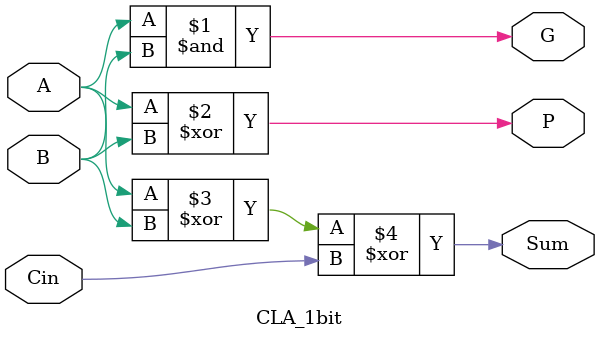
<source format=v>
module CLA_1bit ( P, G, Sum, Cin, A, B);

output P, G, Sum;
input Cin, A, B;

assign G = A & B;
assign P = A ^ B;

assign Sum = A ^ B ^ Cin;


endmodule


</source>
